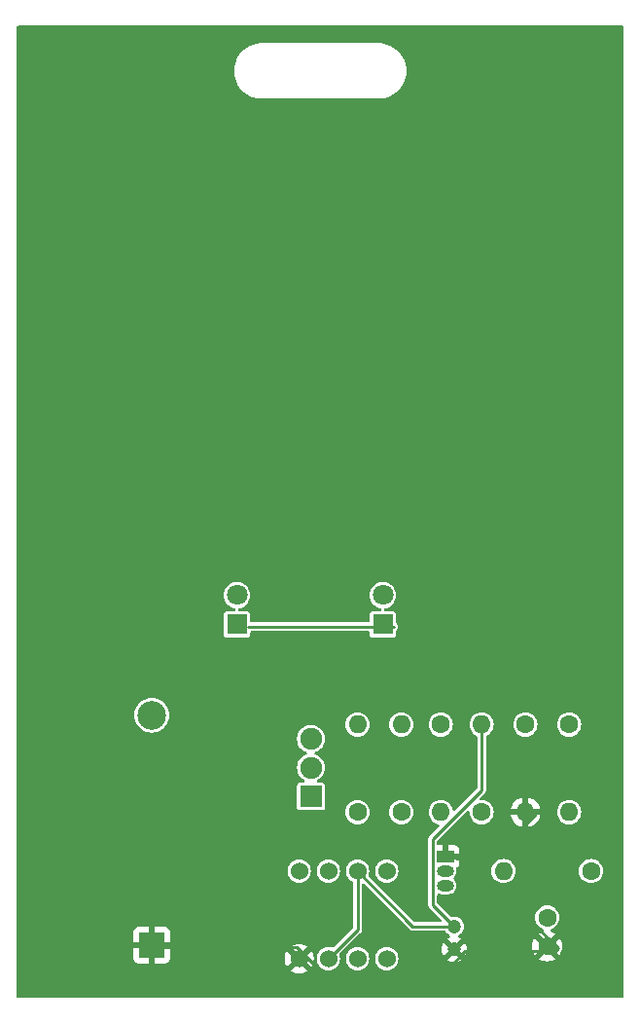
<source format=gbr>
%TF.GenerationSoftware,KiCad,Pcbnew,8.0.3*%
%TF.CreationDate,2024-07-07T15:03:45+03:00*%
%TF.ProjectId,Test,54657374-2e6b-4696-9361-645f70636258,v01*%
%TF.SameCoordinates,Original*%
%TF.FileFunction,Copper,L2,Bot*%
%TF.FilePolarity,Positive*%
%FSLAX46Y46*%
G04 Gerber Fmt 4.6, Leading zero omitted, Abs format (unit mm)*
G04 Created by KiCad (PCBNEW 8.0.3) date 2024-07-07 15:03:45*
%MOMM*%
%LPD*%
G01*
G04 APERTURE LIST*
%TA.AperFunction,ComponentPad*%
%ADD10C,1.600000*%
%TD*%
%TA.AperFunction,ComponentPad*%
%ADD11O,1.600000X1.600000*%
%TD*%
%TA.AperFunction,ComponentPad*%
%ADD12R,1.900000X1.900000*%
%TD*%
%TA.AperFunction,ComponentPad*%
%ADD13C,1.900000*%
%TD*%
%TA.AperFunction,ComponentPad*%
%ADD14R,1.800000X1.800000*%
%TD*%
%TA.AperFunction,ComponentPad*%
%ADD15C,1.800000*%
%TD*%
%TA.AperFunction,ComponentPad*%
%ADD16R,2.170000X2.170000*%
%TD*%
%TA.AperFunction,ComponentPad*%
%ADD17C,2.500000*%
%TD*%
%TA.AperFunction,ComponentPad*%
%ADD18C,1.200000*%
%TD*%
%TA.AperFunction,ComponentPad*%
%ADD19C,1.524000*%
%TD*%
%TA.AperFunction,ComponentPad*%
%ADD20R,1.500000X1.000000*%
%TD*%
%TA.AperFunction,ComponentPad*%
%ADD21O,1.500000X1.000000*%
%TD*%
%TA.AperFunction,Conductor*%
%ADD22C,0.254000*%
%TD*%
G04 APERTURE END LIST*
D10*
%TO.P,R5,1*%
%TO.N,VCC*%
X157175200Y-110312200D03*
D11*
%TO.P,R5,2*%
%TO.N,Net-(D1-A)*%
X157175200Y-102692200D03*
%TD*%
D10*
%TO.P,R1,1*%
%TO.N,VCC*%
X164414200Y-102692200D03*
D11*
%TO.P,R1,2*%
%TO.N,Net-(U1-DIS)*%
X164414200Y-110312200D03*
%TD*%
D10*
%TO.P,R4,1*%
%TO.N,Net-(C2-Pad1)*%
X171780200Y-102692200D03*
D11*
%TO.P,R4,2*%
%TO.N,GND*%
X171780200Y-110312200D03*
%TD*%
D10*
%TO.P,R7,1*%
%TO.N,Net-(C2-Pad1)*%
X177495200Y-115432200D03*
D11*
%TO.P,R7,2*%
%TO.N,Net-(Q1-B)*%
X169875200Y-115432200D03*
%TD*%
D12*
%TO.P,S1,1*%
%TO.N,unconnected-(S1-Pad1)*%
X153111200Y-108940600D03*
D13*
%TO.P,S1,2*%
%TO.N,VCC*%
X153111200Y-106440600D03*
%TO.P,S1,3*%
%TO.N,Net-(BAT1-PadPos)*%
X153111200Y-103940600D03*
%TD*%
D14*
%TO.P,D1,1,K*%
%TO.N,Net-(D1-K)*%
X146685000Y-93980000D03*
D15*
%TO.P,D1,2,A*%
%TO.N,Net-(D1-A)*%
X146685000Y-91440000D03*
%TD*%
D16*
%TO.P,BAT1,Neg*%
%TO.N,GND*%
X139268200Y-121881900D03*
D17*
%TO.P,BAT1,Pos*%
%TO.N,Net-(BAT1-PadPos)*%
X139268200Y-101881900D03*
%TD*%
D18*
%TO.P,C1,1*%
%TO.N,Net-(U1-THRESH)*%
X165582600Y-120243600D03*
%TO.P,C1,2*%
%TO.N,GND*%
X165582600Y-122243600D03*
%TD*%
D10*
%TO.P,C2,1*%
%TO.N,Net-(C2-Pad1)*%
X173685200Y-119481600D03*
%TO.P,C2,2*%
%TO.N,GND*%
X173685200Y-121981600D03*
%TD*%
%TO.P,R6,1*%
%TO.N,VCC*%
X160985200Y-110312200D03*
D11*
%TO.P,R6,2*%
%TO.N,Net-(D2-A)*%
X160985200Y-102692200D03*
%TD*%
D10*
%TO.P,R3,1*%
%TO.N,Net-(U1-OUT)*%
X175590200Y-102692200D03*
D11*
%TO.P,R3,2*%
%TO.N,Net-(C2-Pad1)*%
X175590200Y-110312200D03*
%TD*%
D10*
%TO.P,R2,1*%
%TO.N,Net-(U1-DIS)*%
X167970200Y-110312200D03*
D11*
%TO.P,R2,2*%
%TO.N,Net-(U1-THRESH)*%
X167970200Y-102692200D03*
%TD*%
D19*
%TO.P,U1,1,GND*%
%TO.N,GND*%
X152095200Y-123052200D03*
%TO.P,U1,2,~{TRIG}*%
%TO.N,Net-(U1-THRESH)*%
X154635200Y-123052200D03*
%TO.P,U1,3,OUT*%
%TO.N,Net-(U1-OUT)*%
X157175200Y-123052200D03*
%TO.P,U1,4,~{RST}*%
%TO.N,VCC*%
X159715200Y-123052200D03*
%TO.P,U1,5,CV*%
%TO.N,unconnected-(U1-CV-Pad5)*%
X159715200Y-115432200D03*
%TO.P,U1,6,THRESH*%
%TO.N,Net-(U1-THRESH)*%
X157175200Y-115432200D03*
%TO.P,U1,7,DIS*%
%TO.N,Net-(U1-DIS)*%
X154635200Y-115432200D03*
%TO.P,U1,8,VDD*%
%TO.N,VCC*%
X152095200Y-115432200D03*
%TD*%
D20*
%TO.P,Q1,1,E*%
%TO.N,GND*%
X164795200Y-114162200D03*
D21*
%TO.P,Q1,2,B*%
%TO.N,Net-(Q1-B)*%
X164795200Y-115432200D03*
%TO.P,Q1,3,C*%
%TO.N,Net-(D1-K)*%
X164795200Y-116702200D03*
%TD*%
D14*
%TO.P,D2,1,K*%
%TO.N,Net-(D1-K)*%
X159385000Y-93980000D03*
D15*
%TO.P,D2,2,A*%
%TO.N,Net-(D2-A)*%
X159385000Y-91440000D03*
%TD*%
D22*
%TO.N,GND*%
X172720000Y-110490000D02*
X168870000Y-114340000D01*
X140208000Y-122059700D02*
X151864700Y-122059700D01*
X164624800Y-124319000D02*
X154124000Y-124319000D01*
X174363000Y-122421400D02*
X174625000Y-122159400D01*
X166522400Y-122421400D02*
X174363000Y-122421400D01*
X151864700Y-122059700D02*
X153035000Y-123230000D01*
X166522400Y-122421400D02*
X164624800Y-124319000D01*
X166805600Y-114340000D02*
X174625000Y-122159400D01*
X154124000Y-124319000D02*
X153035000Y-123230000D01*
X168870000Y-114340000D02*
X165735000Y-114340000D01*
X165735000Y-114340000D02*
X166805600Y-114340000D01*
%TO.N,Net-(U1-THRESH)*%
X157175200Y-115432200D02*
X157175200Y-120512200D01*
X163718200Y-112633800D02*
X167970200Y-108381800D01*
X167970200Y-108381800D02*
X167970200Y-102692200D01*
X163718200Y-118379200D02*
X163718200Y-112633800D01*
X165582600Y-120243600D02*
X163718200Y-118379200D01*
X161986600Y-120243600D02*
X157175200Y-115432200D01*
X157175200Y-120512200D02*
X154635200Y-123052200D01*
X165582600Y-120243600D02*
X161986600Y-120243600D01*
%TO.N,Net-(D1-K)*%
X160324800Y-94157800D02*
X147624800Y-94157800D01*
%TD*%
%TA.AperFunction,Conductor*%
%TO.N,GND*%
G36*
X164562066Y-114317975D02*
G01*
X164639425Y-114395334D01*
X164689800Y-114416200D01*
X164667200Y-114416200D01*
X164599079Y-114396198D01*
X164552586Y-114342542D01*
X164541200Y-114290200D01*
X164541200Y-114267599D01*
X164562066Y-114317975D01*
G37*
%TD.AperFunction*%
%TA.AperFunction,Conductor*%
G36*
X180281621Y-41930502D02*
G01*
X180328114Y-41984158D01*
X180339500Y-42036500D01*
X180339500Y-126365500D01*
X180319498Y-126433621D01*
X180265842Y-126480114D01*
X180213500Y-126491500D01*
X127634500Y-126491500D01*
X127566379Y-126471498D01*
X127519886Y-126417842D01*
X127508500Y-126365500D01*
X127508500Y-120748302D01*
X137675200Y-120748302D01*
X137675200Y-121627900D01*
X138739347Y-121627900D01*
X138723067Y-121656098D01*
X138683200Y-121804883D01*
X138683200Y-121958917D01*
X138723067Y-122107702D01*
X138739347Y-122135900D01*
X137675200Y-122135900D01*
X137675200Y-123015497D01*
X137681705Y-123075993D01*
X137732755Y-123212864D01*
X137732755Y-123212865D01*
X137820295Y-123329804D01*
X137937234Y-123417344D01*
X138074106Y-123468394D01*
X138134602Y-123474899D01*
X138134615Y-123474900D01*
X139014200Y-123474900D01*
X139014200Y-122410752D01*
X139042398Y-122427033D01*
X139191183Y-122466900D01*
X139345217Y-122466900D01*
X139494002Y-122427033D01*
X139522200Y-122410752D01*
X139522200Y-123474900D01*
X140401785Y-123474900D01*
X140401797Y-123474899D01*
X140462293Y-123468394D01*
X140599164Y-123417344D01*
X140599165Y-123417344D01*
X140716104Y-123329804D01*
X140803644Y-123212865D01*
X140803644Y-123212864D01*
X140854694Y-123075993D01*
X140857252Y-123052200D01*
X150820349Y-123052200D01*
X150839717Y-123273574D01*
X150897231Y-123488223D01*
X150897233Y-123488227D01*
X150991146Y-123689625D01*
X151035384Y-123752803D01*
X151035385Y-123752803D01*
X151714200Y-123073988D01*
X151714200Y-123102360D01*
X151740164Y-123199261D01*
X151790324Y-123286140D01*
X151861260Y-123357076D01*
X151948139Y-123407236D01*
X152045040Y-123433200D01*
X152073410Y-123433200D01*
X151394595Y-124112013D01*
X151394595Y-124112014D01*
X151457775Y-124156253D01*
X151457774Y-124156253D01*
X151659172Y-124250166D01*
X151659176Y-124250168D01*
X151873825Y-124307682D01*
X152095200Y-124327050D01*
X152316574Y-124307682D01*
X152531223Y-124250168D01*
X152531227Y-124250166D01*
X152732625Y-124156253D01*
X152732626Y-124156252D01*
X152795803Y-124112014D01*
X152795803Y-124112012D01*
X152116991Y-123433200D01*
X152145360Y-123433200D01*
X152242261Y-123407236D01*
X152329140Y-123357076D01*
X152400076Y-123286140D01*
X152450236Y-123199261D01*
X152476200Y-123102360D01*
X152476200Y-123073991D01*
X153155012Y-123752803D01*
X153155014Y-123752803D01*
X153199252Y-123689626D01*
X153199253Y-123689625D01*
X153293166Y-123488227D01*
X153293168Y-123488223D01*
X153350682Y-123273574D01*
X153366608Y-123091546D01*
X153382028Y-123052126D01*
X153602216Y-123052126D01*
X153615659Y-123077702D01*
X153617522Y-123090178D01*
X153633406Y-123251461D01*
X153633406Y-123251463D01*
X153691532Y-123443077D01*
X153691534Y-123443083D01*
X153785920Y-123619666D01*
X153785922Y-123619669D01*
X153912948Y-123774452D01*
X154067731Y-123901478D01*
X154244320Y-123995867D01*
X154435931Y-124053992D01*
X154435935Y-124053992D01*
X154435937Y-124053993D01*
X154635197Y-124073618D01*
X154635200Y-124073618D01*
X154635203Y-124073618D01*
X154834461Y-124053993D01*
X154834463Y-124053993D01*
X154834464Y-124053992D01*
X154834469Y-124053992D01*
X155026080Y-123995867D01*
X155202669Y-123901478D01*
X155357452Y-123774452D01*
X155484478Y-123619669D01*
X155578867Y-123443080D01*
X155636992Y-123251469D01*
X155638152Y-123239690D01*
X155656618Y-123052203D01*
X155656618Y-123052196D01*
X156153782Y-123052196D01*
X156153782Y-123052203D01*
X156173406Y-123251461D01*
X156173406Y-123251463D01*
X156231532Y-123443077D01*
X156231534Y-123443083D01*
X156325920Y-123619666D01*
X156325922Y-123619669D01*
X156452948Y-123774452D01*
X156607731Y-123901478D01*
X156784320Y-123995867D01*
X156975931Y-124053992D01*
X156975935Y-124053992D01*
X156975937Y-124053993D01*
X157175197Y-124073618D01*
X157175200Y-124073618D01*
X157175203Y-124073618D01*
X157374461Y-124053993D01*
X157374463Y-124053993D01*
X157374464Y-124053992D01*
X157374469Y-124053992D01*
X157566080Y-123995867D01*
X157742669Y-123901478D01*
X157897452Y-123774452D01*
X158024478Y-123619669D01*
X158118867Y-123443080D01*
X158176992Y-123251469D01*
X158178152Y-123239690D01*
X158196618Y-123052203D01*
X158196618Y-123052196D01*
X158693782Y-123052196D01*
X158693782Y-123052203D01*
X158713406Y-123251461D01*
X158713406Y-123251463D01*
X158771532Y-123443077D01*
X158771534Y-123443083D01*
X158865920Y-123619666D01*
X158865922Y-123619669D01*
X158992948Y-123774452D01*
X159147731Y-123901478D01*
X159324320Y-123995867D01*
X159515931Y-124053992D01*
X159515935Y-124053992D01*
X159515937Y-124053993D01*
X159715197Y-124073618D01*
X159715200Y-124073618D01*
X159715203Y-124073618D01*
X159914461Y-124053993D01*
X159914463Y-124053993D01*
X159914464Y-124053992D01*
X159914469Y-124053992D01*
X160106080Y-123995867D01*
X160282669Y-123901478D01*
X160437452Y-123774452D01*
X160564478Y-123619669D01*
X160658867Y-123443080D01*
X160716992Y-123251469D01*
X160718152Y-123239690D01*
X160723458Y-123185814D01*
X164999594Y-123185814D01*
X165086607Y-123239690D01*
X165086614Y-123239693D01*
X165278074Y-123313866D01*
X165278077Y-123313867D01*
X165479931Y-123351600D01*
X165685269Y-123351600D01*
X165887122Y-123313867D01*
X165887125Y-123313866D01*
X166078588Y-123239692D01*
X166078597Y-123239687D01*
X166165605Y-123185814D01*
X165582601Y-122602810D01*
X165582600Y-122602810D01*
X164999594Y-123185814D01*
X160723458Y-123185814D01*
X160736618Y-123052203D01*
X160736618Y-123052196D01*
X160716993Y-122852938D01*
X160716993Y-122852936D01*
X160716992Y-122852933D01*
X160716992Y-122852931D01*
X160658867Y-122661320D01*
X160650448Y-122645570D01*
X160564479Y-122484733D01*
X160564478Y-122484731D01*
X160437452Y-122329948D01*
X160332230Y-122243595D01*
X164469853Y-122243595D01*
X164469853Y-122243604D01*
X164488799Y-122448061D01*
X164488799Y-122448065D01*
X164544991Y-122645562D01*
X164544994Y-122645570D01*
X164636522Y-122829385D01*
X164636525Y-122829389D01*
X164636987Y-122830000D01*
X164636988Y-122830000D01*
X165223390Y-122243599D01*
X165183895Y-122204104D01*
X165282600Y-122204104D01*
X165282600Y-122283096D01*
X165303044Y-122359396D01*
X165342540Y-122427805D01*
X165398395Y-122483660D01*
X165466804Y-122523156D01*
X165543104Y-122543600D01*
X165622096Y-122543600D01*
X165698396Y-122523156D01*
X165766805Y-122483660D01*
X165822660Y-122427805D01*
X165862156Y-122359396D01*
X165882600Y-122283096D01*
X165882600Y-122243599D01*
X165941810Y-122243599D01*
X165941810Y-122243601D01*
X166528209Y-122830000D01*
X166528212Y-122830000D01*
X166528674Y-122829390D01*
X166620205Y-122645570D01*
X166620208Y-122645562D01*
X166676400Y-122448065D01*
X166676400Y-122448061D01*
X166695347Y-122243604D01*
X166695347Y-122243595D01*
X166676400Y-122039138D01*
X166676400Y-122039134D01*
X166660030Y-121981600D01*
X172372204Y-121981600D01*
X172392151Y-122209602D01*
X172451386Y-122430668D01*
X172451388Y-122430673D01*
X172548113Y-122638101D01*
X172598099Y-122709488D01*
X173285200Y-122022388D01*
X173285200Y-122034261D01*
X173312459Y-122135994D01*
X173365120Y-122227206D01*
X173439594Y-122301680D01*
X173530806Y-122354341D01*
X173632539Y-122381600D01*
X173644410Y-122381600D01*
X172957310Y-123068698D01*
X172957310Y-123068700D01*
X173028698Y-123118686D01*
X173236126Y-123215411D01*
X173236131Y-123215413D01*
X173457199Y-123274648D01*
X173457195Y-123274648D01*
X173685200Y-123294595D01*
X173913202Y-123274648D01*
X174134268Y-123215413D01*
X174134273Y-123215411D01*
X174341697Y-123118688D01*
X174413088Y-123068699D01*
X174413088Y-123068697D01*
X173725991Y-122381600D01*
X173737861Y-122381600D01*
X173839594Y-122354341D01*
X173930806Y-122301680D01*
X174005280Y-122227206D01*
X174057941Y-122135994D01*
X174085200Y-122034261D01*
X174085200Y-122022391D01*
X174772297Y-122709488D01*
X174772299Y-122709488D01*
X174822288Y-122638097D01*
X174919011Y-122430673D01*
X174919013Y-122430668D01*
X174978248Y-122209602D01*
X174998195Y-121981600D01*
X174978248Y-121753597D01*
X174919013Y-121532531D01*
X174919011Y-121532526D01*
X174822286Y-121325098D01*
X174772300Y-121253710D01*
X174772298Y-121253710D01*
X174085200Y-121940808D01*
X174085200Y-121928939D01*
X174057941Y-121827206D01*
X174005280Y-121735994D01*
X173930806Y-121661520D01*
X173839594Y-121608859D01*
X173737861Y-121581600D01*
X173725990Y-121581600D01*
X174413088Y-120894499D01*
X174413088Y-120894498D01*
X174341701Y-120844513D01*
X174134273Y-120747788D01*
X174134271Y-120747787D01*
X174034536Y-120721063D01*
X173973914Y-120684111D01*
X173942892Y-120620250D01*
X173951321Y-120549756D01*
X173996524Y-120495009D01*
X174030571Y-120478782D01*
X174090692Y-120460545D01*
X174273883Y-120362627D01*
X174273884Y-120362625D01*
X174273886Y-120362625D01*
X174273886Y-120362624D01*
X174434452Y-120230852D01*
X174566227Y-120070283D01*
X174664145Y-119887092D01*
X174724442Y-119688318D01*
X174744802Y-119481600D01*
X174739370Y-119426446D01*
X174724443Y-119274888D01*
X174724442Y-119274886D01*
X174724442Y-119274882D01*
X174664145Y-119076108D01*
X174566227Y-118892917D01*
X174566225Y-118892913D01*
X174434452Y-118732347D01*
X174273886Y-118600574D01*
X174090692Y-118502655D01*
X173891911Y-118442356D01*
X173685203Y-118421998D01*
X173685197Y-118421998D01*
X173478488Y-118442356D01*
X173279707Y-118502655D01*
X173096513Y-118600574D01*
X172935947Y-118732347D01*
X172804175Y-118892913D01*
X172804174Y-118892913D01*
X172706255Y-119076107D01*
X172645956Y-119274888D01*
X172625598Y-119481596D01*
X172625598Y-119481603D01*
X172645956Y-119688311D01*
X172706255Y-119887092D01*
X172804174Y-120070286D01*
X172935947Y-120230852D01*
X173096513Y-120362624D01*
X173096513Y-120362625D01*
X173096517Y-120362627D01*
X173279708Y-120460545D01*
X173339827Y-120478781D01*
X173399207Y-120517696D01*
X173428123Y-120582537D01*
X173417393Y-120652718D01*
X173370424Y-120705957D01*
X173335863Y-120721062D01*
X173236139Y-120747783D01*
X173236126Y-120747788D01*
X173028700Y-120844513D01*
X172957309Y-120894500D01*
X173644409Y-121581600D01*
X173632539Y-121581600D01*
X173530806Y-121608859D01*
X173439594Y-121661520D01*
X173365120Y-121735994D01*
X173312459Y-121827206D01*
X173285200Y-121928939D01*
X173285200Y-121940809D01*
X172598100Y-121253709D01*
X172548113Y-121325100D01*
X172451388Y-121532526D01*
X172451386Y-121532531D01*
X172392151Y-121753597D01*
X172372204Y-121981600D01*
X166660030Y-121981600D01*
X166620208Y-121841637D01*
X166620205Y-121841629D01*
X166528674Y-121657810D01*
X166528211Y-121657198D01*
X165941810Y-122243599D01*
X165882600Y-122243599D01*
X165882600Y-122204104D01*
X165862156Y-122127804D01*
X165822660Y-122059395D01*
X165766805Y-122003540D01*
X165698396Y-121964044D01*
X165622096Y-121943600D01*
X165543104Y-121943600D01*
X165466804Y-121964044D01*
X165398395Y-122003540D01*
X165342540Y-122059395D01*
X165303044Y-122127804D01*
X165282600Y-122204104D01*
X165183895Y-122204104D01*
X164636989Y-121657198D01*
X164636987Y-121657198D01*
X164636523Y-121657813D01*
X164544994Y-121841629D01*
X164544991Y-121841637D01*
X164488799Y-122039134D01*
X164488799Y-122039138D01*
X164469853Y-122243595D01*
X160332230Y-122243595D01*
X160282669Y-122202922D01*
X160282667Y-122202921D01*
X160282666Y-122202920D01*
X160106083Y-122108534D01*
X160106077Y-122108532D01*
X159914462Y-122050406D01*
X159715203Y-122030782D01*
X159715197Y-122030782D01*
X159515938Y-122050406D01*
X159515936Y-122050406D01*
X159324322Y-122108532D01*
X159324316Y-122108534D01*
X159147733Y-122202920D01*
X158992948Y-122329948D01*
X158865920Y-122484733D01*
X158771534Y-122661316D01*
X158771532Y-122661322D01*
X158713406Y-122852936D01*
X158713406Y-122852938D01*
X158693782Y-123052196D01*
X158196618Y-123052196D01*
X158176993Y-122852938D01*
X158176993Y-122852936D01*
X158176992Y-122852933D01*
X158176992Y-122852931D01*
X158118867Y-122661320D01*
X158110448Y-122645570D01*
X158024479Y-122484733D01*
X158024478Y-122484731D01*
X157897452Y-122329948D01*
X157742669Y-122202922D01*
X157742667Y-122202921D01*
X157742666Y-122202920D01*
X157566083Y-122108534D01*
X157566077Y-122108532D01*
X157374462Y-122050406D01*
X157175203Y-122030782D01*
X157175197Y-122030782D01*
X156975938Y-122050406D01*
X156975936Y-122050406D01*
X156784322Y-122108532D01*
X156784316Y-122108534D01*
X156607733Y-122202920D01*
X156452948Y-122329948D01*
X156325920Y-122484733D01*
X156231534Y-122661316D01*
X156231532Y-122661322D01*
X156173406Y-122852936D01*
X156173406Y-122852938D01*
X156153782Y-123052196D01*
X155656618Y-123052196D01*
X155636993Y-122852938D01*
X155636992Y-122852935D01*
X155636992Y-122852931D01*
X155597701Y-122723410D01*
X155597068Y-122652418D01*
X155629179Y-122597742D01*
X157399070Y-120827850D01*
X157399080Y-120827843D01*
X157480470Y-120746453D01*
X157480476Y-120746447D01*
X157514332Y-120687806D01*
X157530699Y-120659458D01*
X157530699Y-120659457D01*
X157530701Y-120659454D01*
X157556700Y-120562425D01*
X157556700Y-116657413D01*
X157576702Y-116589292D01*
X157630358Y-116542799D01*
X157700632Y-116532695D01*
X157765212Y-116562189D01*
X157771795Y-116568318D01*
X161681324Y-120477847D01*
X161752353Y-120548876D01*
X161752354Y-120548877D01*
X161752356Y-120548878D01*
X161839341Y-120599099D01*
X161839343Y-120599099D01*
X161839346Y-120599101D01*
X161936375Y-120625100D01*
X164743421Y-120625100D01*
X164811542Y-120645102D01*
X164852539Y-120688098D01*
X164887487Y-120748629D01*
X164887488Y-120748630D01*
X165007678Y-120882115D01*
X165152994Y-120987694D01*
X165152995Y-120987694D01*
X165152996Y-120987695D01*
X165157457Y-120989681D01*
X165211554Y-121035658D01*
X165232206Y-121103584D01*
X165212857Y-121171893D01*
X165159648Y-121218897D01*
X165151730Y-121222280D01*
X165086601Y-121247512D01*
X165086600Y-121247512D01*
X164999593Y-121301383D01*
X164999593Y-121301384D01*
X165582599Y-121884390D01*
X165582600Y-121884390D01*
X166165605Y-121301383D01*
X166078599Y-121247513D01*
X166078590Y-121247508D01*
X166013469Y-121222280D01*
X165957175Y-121179020D01*
X165933205Y-121112192D01*
X165949170Y-121043014D01*
X166000001Y-120993449D01*
X166007713Y-120989694D01*
X166012204Y-120987695D01*
X166157522Y-120882115D01*
X166277713Y-120748629D01*
X166367525Y-120593071D01*
X166377483Y-120562425D01*
X166423031Y-120422239D01*
X166428510Y-120370107D01*
X166441807Y-120243600D01*
X166423031Y-120064961D01*
X166423031Y-120064960D01*
X166367527Y-119894133D01*
X166367524Y-119894127D01*
X166277714Y-119738573D01*
X166277713Y-119738571D01*
X166157522Y-119605085D01*
X166012204Y-119499505D01*
X165848110Y-119426446D01*
X165672412Y-119389100D01*
X165492788Y-119389100D01*
X165374010Y-119414347D01*
X165303219Y-119408945D01*
X165258718Y-119380195D01*
X164136605Y-118258082D01*
X164102579Y-118195770D01*
X164099700Y-118168987D01*
X164099700Y-117522905D01*
X164119702Y-117454784D01*
X164173358Y-117408291D01*
X164243632Y-117398187D01*
X164273919Y-117406497D01*
X164325109Y-117427701D01*
X164325113Y-117427702D01*
X164325120Y-117427705D01*
X164470888Y-117456700D01*
X164470889Y-117456700D01*
X165119511Y-117456700D01*
X165119512Y-117456700D01*
X165265280Y-117427705D01*
X165402590Y-117370829D01*
X165526166Y-117288259D01*
X165631259Y-117183166D01*
X165713829Y-117059590D01*
X165770705Y-116922280D01*
X165799700Y-116776512D01*
X165799700Y-116627888D01*
X165770705Y-116482120D01*
X165713829Y-116344810D01*
X165631259Y-116221234D01*
X165631257Y-116221232D01*
X165631252Y-116221226D01*
X165566321Y-116156295D01*
X165532295Y-116093983D01*
X165537360Y-116023168D01*
X165566321Y-115978105D01*
X165631252Y-115913173D01*
X165631259Y-115913166D01*
X165713829Y-115789590D01*
X165770705Y-115652280D01*
X165799700Y-115506512D01*
X165799700Y-115432196D01*
X168815598Y-115432196D01*
X168815598Y-115432203D01*
X168835956Y-115638911D01*
X168896255Y-115837692D01*
X168994174Y-116020886D01*
X169125947Y-116181452D01*
X169286513Y-116313224D01*
X169286513Y-116313225D01*
X169286517Y-116313227D01*
X169469708Y-116411145D01*
X169668482Y-116471442D01*
X169668486Y-116471442D01*
X169668488Y-116471443D01*
X169875197Y-116491802D01*
X169875200Y-116491802D01*
X169875203Y-116491802D01*
X170081911Y-116471443D01*
X170081912Y-116471442D01*
X170081918Y-116471442D01*
X170280692Y-116411145D01*
X170463883Y-116313227D01*
X170463884Y-116313225D01*
X170463886Y-116313225D01*
X170463886Y-116313224D01*
X170624452Y-116181452D01*
X170756227Y-116020883D01*
X170854145Y-115837692D01*
X170914442Y-115638918D01*
X170915176Y-115631472D01*
X170934802Y-115432203D01*
X170934802Y-115432196D01*
X176435598Y-115432196D01*
X176435598Y-115432203D01*
X176455956Y-115638911D01*
X176516255Y-115837692D01*
X176614174Y-116020886D01*
X176745947Y-116181452D01*
X176906513Y-116313224D01*
X176906513Y-116313225D01*
X176906517Y-116313227D01*
X177089708Y-116411145D01*
X177288482Y-116471442D01*
X177288486Y-116471442D01*
X177288488Y-116471443D01*
X177495197Y-116491802D01*
X177495200Y-116491802D01*
X177495203Y-116491802D01*
X177701911Y-116471443D01*
X177701912Y-116471442D01*
X177701918Y-116471442D01*
X177900692Y-116411145D01*
X178083883Y-116313227D01*
X178083884Y-116313225D01*
X178083886Y-116313225D01*
X178083886Y-116313224D01*
X178244452Y-116181452D01*
X178376227Y-116020883D01*
X178474145Y-115837692D01*
X178534442Y-115638918D01*
X178535176Y-115631472D01*
X178554802Y-115432203D01*
X178554802Y-115432196D01*
X178534443Y-115225488D01*
X178534442Y-115225486D01*
X178534442Y-115225482D01*
X178474145Y-115026708D01*
X178376227Y-114843517D01*
X178376225Y-114843513D01*
X178244452Y-114682947D01*
X178083886Y-114551175D01*
X178083886Y-114551174D01*
X177900692Y-114453255D01*
X177712599Y-114396198D01*
X177701918Y-114392958D01*
X177701917Y-114392957D01*
X177701911Y-114392956D01*
X177495203Y-114372598D01*
X177495197Y-114372598D01*
X177288488Y-114392956D01*
X177089707Y-114453255D01*
X176906513Y-114551174D01*
X176906513Y-114551175D01*
X176745947Y-114682947D01*
X176614175Y-114843513D01*
X176614174Y-114843513D01*
X176516255Y-115026707D01*
X176455956Y-115225488D01*
X176435598Y-115432196D01*
X170934802Y-115432196D01*
X170914443Y-115225488D01*
X170914442Y-115225486D01*
X170914442Y-115225482D01*
X170854145Y-115026708D01*
X170756227Y-114843517D01*
X170756225Y-114843513D01*
X170624452Y-114682947D01*
X170463886Y-114551175D01*
X170463886Y-114551174D01*
X170280692Y-114453255D01*
X170092599Y-114396198D01*
X170081918Y-114392958D01*
X170081917Y-114392957D01*
X170081911Y-114392956D01*
X169875203Y-114372598D01*
X169875197Y-114372598D01*
X169668488Y-114392956D01*
X169469707Y-114453255D01*
X169286513Y-114551174D01*
X169286513Y-114551175D01*
X169125947Y-114682947D01*
X168994175Y-114843513D01*
X168994174Y-114843513D01*
X168896255Y-115026707D01*
X168835956Y-115225488D01*
X168815598Y-115432196D01*
X165799700Y-115432196D01*
X165799700Y-115357888D01*
X165771623Y-115216736D01*
X165777951Y-115146024D01*
X165819693Y-115091288D01*
X165908104Y-115025104D01*
X165995644Y-114908165D01*
X165995644Y-114908164D01*
X166046694Y-114771293D01*
X166053199Y-114710797D01*
X166053200Y-114710785D01*
X166053200Y-114416200D01*
X164900600Y-114416200D01*
X164950975Y-114395334D01*
X165028334Y-114317975D01*
X165070200Y-114216901D01*
X165070200Y-114107499D01*
X165028334Y-114006425D01*
X164950975Y-113929066D01*
X164900600Y-113908200D01*
X165049200Y-113908200D01*
X166053200Y-113908200D01*
X166053200Y-113613614D01*
X166053199Y-113613602D01*
X166046694Y-113553106D01*
X165995644Y-113416235D01*
X165995644Y-113416234D01*
X165908104Y-113299295D01*
X165791165Y-113211755D01*
X165654293Y-113160705D01*
X165593797Y-113154200D01*
X165049200Y-113154200D01*
X165049200Y-113908200D01*
X164900600Y-113908200D01*
X164849901Y-113887200D01*
X164740499Y-113887200D01*
X164639425Y-113929066D01*
X164562066Y-114006425D01*
X164541200Y-114056800D01*
X164541200Y-113154200D01*
X164225700Y-113154200D01*
X164157579Y-113134198D01*
X164111086Y-113080542D01*
X164099700Y-113028200D01*
X164099700Y-112844012D01*
X164119702Y-112775891D01*
X164136600Y-112754922D01*
X166697787Y-110193734D01*
X166760097Y-110159711D01*
X166830912Y-110164775D01*
X166887748Y-110207322D01*
X166912559Y-110273842D01*
X166912274Y-110295176D01*
X166910598Y-110312199D01*
X166910598Y-110312203D01*
X166930956Y-110518911D01*
X166930957Y-110518917D01*
X166930958Y-110518918D01*
X166945301Y-110566200D01*
X166991255Y-110717692D01*
X167089174Y-110900886D01*
X167220947Y-111061452D01*
X167381513Y-111193224D01*
X167381513Y-111193225D01*
X167381517Y-111193227D01*
X167564708Y-111291145D01*
X167763482Y-111351442D01*
X167763486Y-111351442D01*
X167763488Y-111351443D01*
X167970197Y-111371802D01*
X167970200Y-111371802D01*
X167970203Y-111371802D01*
X168176911Y-111351443D01*
X168176912Y-111351442D01*
X168176918Y-111351442D01*
X168375692Y-111291145D01*
X168558883Y-111193227D01*
X168558884Y-111193225D01*
X168558886Y-111193225D01*
X168558886Y-111193224D01*
X168719452Y-111061452D01*
X168851227Y-110900883D01*
X168949145Y-110717692D01*
X169009442Y-110518918D01*
X169014596Y-110466594D01*
X169029802Y-110312203D01*
X169029802Y-110312196D01*
X169009443Y-110105488D01*
X169009442Y-110105486D01*
X169009442Y-110105482D01*
X168995099Y-110058200D01*
X170494117Y-110058200D01*
X171468514Y-110058200D01*
X171460120Y-110066594D01*
X171407459Y-110157806D01*
X171380200Y-110259539D01*
X171380200Y-110364861D01*
X171407459Y-110466594D01*
X171460120Y-110557806D01*
X171468514Y-110566200D01*
X170494118Y-110566200D01*
X170546386Y-110761268D01*
X170546388Y-110761273D01*
X170643112Y-110968698D01*
X170774384Y-111156174D01*
X170774389Y-111156180D01*
X170936219Y-111318010D01*
X170936225Y-111318015D01*
X171123701Y-111449287D01*
X171331126Y-111546011D01*
X171331131Y-111546013D01*
X171526200Y-111598281D01*
X171526200Y-110623886D01*
X171534594Y-110632280D01*
X171625806Y-110684941D01*
X171727539Y-110712200D01*
X171832861Y-110712200D01*
X171934594Y-110684941D01*
X172025806Y-110632280D01*
X172034200Y-110623886D01*
X172034200Y-111598281D01*
X172229268Y-111546013D01*
X172229273Y-111546011D01*
X172436698Y-111449287D01*
X172624174Y-111318015D01*
X172624180Y-111318010D01*
X172786010Y-111156180D01*
X172786015Y-111156174D01*
X172917287Y-110968698D01*
X173014011Y-110761273D01*
X173014013Y-110761268D01*
X173066282Y-110566200D01*
X172091886Y-110566200D01*
X172100280Y-110557806D01*
X172152941Y-110466594D01*
X172180200Y-110364861D01*
X172180200Y-110312196D01*
X174530598Y-110312196D01*
X174530598Y-110312203D01*
X174550956Y-110518911D01*
X174550957Y-110518917D01*
X174550958Y-110518918D01*
X174565301Y-110566200D01*
X174611255Y-110717692D01*
X174709174Y-110900886D01*
X174840947Y-111061452D01*
X175001513Y-111193224D01*
X175001513Y-111193225D01*
X175001517Y-111193227D01*
X175184708Y-111291145D01*
X175383482Y-111351442D01*
X175383486Y-111351442D01*
X175383488Y-111351443D01*
X175590197Y-111371802D01*
X175590200Y-111371802D01*
X175590203Y-111371802D01*
X175796911Y-111351443D01*
X175796912Y-111351442D01*
X175796918Y-111351442D01*
X175995692Y-111291145D01*
X176178883Y-111193227D01*
X176178884Y-111193225D01*
X176178886Y-111193225D01*
X176178886Y-111193224D01*
X176339452Y-111061452D01*
X176471227Y-110900883D01*
X176569145Y-110717692D01*
X176629442Y-110518918D01*
X176634596Y-110466594D01*
X176649802Y-110312203D01*
X176649802Y-110312196D01*
X176629443Y-110105488D01*
X176629442Y-110105486D01*
X176629442Y-110105482D01*
X176569145Y-109906708D01*
X176471227Y-109723517D01*
X176471225Y-109723513D01*
X176339452Y-109562947D01*
X176178886Y-109431175D01*
X176178886Y-109431174D01*
X175995692Y-109333255D01*
X175907126Y-109306389D01*
X175796918Y-109272958D01*
X175796917Y-109272957D01*
X175796911Y-109272956D01*
X175590203Y-109252598D01*
X175590197Y-109252598D01*
X175383488Y-109272956D01*
X175184707Y-109333255D01*
X175001513Y-109431174D01*
X175001513Y-109431175D01*
X174840947Y-109562947D01*
X174709175Y-109723513D01*
X174709174Y-109723513D01*
X174611255Y-109906707D01*
X174550956Y-110105488D01*
X174530598Y-110312196D01*
X172180200Y-110312196D01*
X172180200Y-110259539D01*
X172152941Y-110157806D01*
X172100280Y-110066594D01*
X172091886Y-110058200D01*
X173066282Y-110058200D01*
X173014013Y-109863131D01*
X173014011Y-109863126D01*
X172917287Y-109655701D01*
X172786015Y-109468225D01*
X172786010Y-109468219D01*
X172624180Y-109306389D01*
X172624174Y-109306384D01*
X172436698Y-109175112D01*
X172229273Y-109078388D01*
X172229271Y-109078387D01*
X172034200Y-109026117D01*
X172034200Y-110000514D01*
X172025806Y-109992120D01*
X171934594Y-109939459D01*
X171832861Y-109912200D01*
X171727539Y-109912200D01*
X171625806Y-109939459D01*
X171534594Y-109992120D01*
X171526200Y-110000514D01*
X171526200Y-109026117D01*
X171526199Y-109026117D01*
X171331128Y-109078387D01*
X171331126Y-109078388D01*
X171123701Y-109175112D01*
X170936225Y-109306384D01*
X170936219Y-109306389D01*
X170774389Y-109468219D01*
X170774384Y-109468225D01*
X170643112Y-109655701D01*
X170546388Y-109863126D01*
X170546386Y-109863131D01*
X170494117Y-110058200D01*
X168995099Y-110058200D01*
X168949145Y-109906708D01*
X168851227Y-109723517D01*
X168851225Y-109723513D01*
X168719452Y-109562947D01*
X168558886Y-109431175D01*
X168558886Y-109431174D01*
X168375692Y-109333255D01*
X168287126Y-109306389D01*
X168176918Y-109272958D01*
X168176917Y-109272957D01*
X168176911Y-109272956D01*
X167970203Y-109252598D01*
X167970201Y-109252598D01*
X167970200Y-109252598D01*
X167967512Y-109252862D01*
X167953178Y-109254274D01*
X167883425Y-109241042D01*
X167831898Y-109192200D01*
X167814958Y-109123255D01*
X167837981Y-109056095D01*
X167851729Y-109039793D01*
X168275476Y-108616047D01*
X168280760Y-108606894D01*
X168325701Y-108529054D01*
X168351700Y-108432025D01*
X168351700Y-103759489D01*
X168371702Y-103691368D01*
X168418302Y-103648368D01*
X168558883Y-103573227D01*
X168719452Y-103441452D01*
X168851227Y-103280883D01*
X168949145Y-103097692D01*
X169009442Y-102898918D01*
X169013497Y-102857754D01*
X169029802Y-102692203D01*
X169029802Y-102692196D01*
X170720598Y-102692196D01*
X170720598Y-102692203D01*
X170740956Y-102898911D01*
X170801255Y-103097692D01*
X170899174Y-103280886D01*
X171030947Y-103441452D01*
X171191513Y-103573224D01*
X171191513Y-103573225D01*
X171191517Y-103573227D01*
X171374708Y-103671145D01*
X171573482Y-103731442D01*
X171573486Y-103731442D01*
X171573488Y-103731443D01*
X171780197Y-103751802D01*
X171780200Y-103751802D01*
X171780203Y-103751802D01*
X171986911Y-103731443D01*
X171986912Y-103731442D01*
X171986918Y-103731442D01*
X172185692Y-103671145D01*
X172368883Y-103573227D01*
X172368884Y-103573225D01*
X172368886Y-103573225D01*
X172368886Y-103573224D01*
X172529452Y-103441452D01*
X172661227Y-103280883D01*
X172759145Y-103097692D01*
X172819442Y-102898918D01*
X172823497Y-102857754D01*
X172839802Y-102692203D01*
X172839802Y-102692196D01*
X174530598Y-102692196D01*
X174530598Y-102692203D01*
X174550956Y-102898911D01*
X174611255Y-103097692D01*
X174709174Y-103280886D01*
X174840947Y-103441452D01*
X175001513Y-103573224D01*
X175001513Y-103573225D01*
X175001517Y-103573227D01*
X175184708Y-103671145D01*
X175383482Y-103731442D01*
X175383486Y-103731442D01*
X175383488Y-103731443D01*
X175590197Y-103751802D01*
X175590200Y-103751802D01*
X175590203Y-103751802D01*
X175796911Y-103731443D01*
X175796912Y-103731442D01*
X175796918Y-103731442D01*
X175995692Y-103671145D01*
X176178883Y-103573227D01*
X176178884Y-103573225D01*
X176178886Y-103573225D01*
X176178886Y-103573224D01*
X176339452Y-103441452D01*
X176471227Y-103280883D01*
X176569145Y-103097692D01*
X176629442Y-102898918D01*
X176633497Y-102857754D01*
X176649802Y-102692203D01*
X176649802Y-102692196D01*
X176629443Y-102485488D01*
X176629442Y-102485486D01*
X176629442Y-102485482D01*
X176569145Y-102286708D01*
X176471227Y-102103517D01*
X176471225Y-102103513D01*
X176339452Y-101942947D01*
X176178886Y-101811175D01*
X176178886Y-101811174D01*
X175995692Y-101713255D01*
X175796911Y-101652956D01*
X175590203Y-101632598D01*
X175590197Y-101632598D01*
X175383488Y-101652956D01*
X175184707Y-101713255D01*
X175001513Y-101811174D01*
X175001513Y-101811175D01*
X174840947Y-101942947D01*
X174709175Y-102103513D01*
X174709174Y-102103513D01*
X174611255Y-102286707D01*
X174550956Y-102485488D01*
X174530598Y-102692196D01*
X172839802Y-102692196D01*
X172819443Y-102485488D01*
X172819442Y-102485486D01*
X172819442Y-102485482D01*
X172759145Y-102286708D01*
X172661227Y-102103517D01*
X172661225Y-102103513D01*
X172529452Y-101942947D01*
X172368886Y-101811175D01*
X172368886Y-101811174D01*
X172185692Y-101713255D01*
X171986911Y-101652956D01*
X171780203Y-101632598D01*
X171780197Y-101632598D01*
X171573488Y-101652956D01*
X171374707Y-101713255D01*
X171191513Y-101811174D01*
X171191513Y-101811175D01*
X171030947Y-101942947D01*
X170899175Y-102103513D01*
X170899174Y-102103513D01*
X170801255Y-102286707D01*
X170740956Y-102485488D01*
X170720598Y-102692196D01*
X169029802Y-102692196D01*
X169009443Y-102485488D01*
X169009442Y-102485486D01*
X169009442Y-102485482D01*
X168949145Y-102286708D01*
X168851227Y-102103517D01*
X168851225Y-102103513D01*
X168719452Y-101942947D01*
X168558886Y-101811175D01*
X168558886Y-101811174D01*
X168375692Y-101713255D01*
X168176911Y-101652956D01*
X167970203Y-101632598D01*
X167970197Y-101632598D01*
X167763488Y-101652956D01*
X167564707Y-101713255D01*
X167381513Y-101811174D01*
X167381513Y-101811175D01*
X167220947Y-101942947D01*
X167089175Y-102103513D01*
X167089174Y-102103513D01*
X166991255Y-102286707D01*
X166930956Y-102485488D01*
X166910598Y-102692196D01*
X166910598Y-102692203D01*
X166930956Y-102898911D01*
X166991255Y-103097692D01*
X167089174Y-103280886D01*
X167220947Y-103441452D01*
X167381513Y-103573224D01*
X167381517Y-103573227D01*
X167522096Y-103648368D01*
X167572744Y-103698119D01*
X167588700Y-103759489D01*
X167588700Y-108171586D01*
X167568698Y-108239707D01*
X167551795Y-108260681D01*
X165661101Y-110151375D01*
X165598789Y-110185401D01*
X165527974Y-110180336D01*
X165471138Y-110137789D01*
X165451432Y-110098858D01*
X165393145Y-109906708D01*
X165295227Y-109723517D01*
X165295225Y-109723513D01*
X165163452Y-109562947D01*
X165002886Y-109431175D01*
X165002886Y-109431174D01*
X164819692Y-109333255D01*
X164731126Y-109306389D01*
X164620918Y-109272958D01*
X164620917Y-109272957D01*
X164620911Y-109272956D01*
X164414203Y-109252598D01*
X164414197Y-109252598D01*
X164207488Y-109272956D01*
X164008707Y-109333255D01*
X163825513Y-109431174D01*
X163825513Y-109431175D01*
X163664947Y-109562947D01*
X163533175Y-109723513D01*
X163533174Y-109723513D01*
X163435255Y-109906707D01*
X163374956Y-110105488D01*
X163354598Y-110312196D01*
X163354598Y-110312203D01*
X163374956Y-110518911D01*
X163374957Y-110518917D01*
X163374958Y-110518918D01*
X163389301Y-110566200D01*
X163435255Y-110717692D01*
X163533174Y-110900886D01*
X163664947Y-111061452D01*
X163825513Y-111193224D01*
X163825513Y-111193225D01*
X163825517Y-111193227D01*
X164008708Y-111291145D01*
X164200858Y-111349432D01*
X164260235Y-111388345D01*
X164289151Y-111453186D01*
X164278421Y-111523367D01*
X164253375Y-111559100D01*
X163483953Y-112328524D01*
X163483952Y-112328524D01*
X163412929Y-112399546D01*
X163412921Y-112399556D01*
X163362700Y-112486541D01*
X163336700Y-112583576D01*
X163336700Y-118429423D01*
X163336699Y-118429423D01*
X163336700Y-118429425D01*
X163362699Y-118526454D01*
X163405491Y-118600573D01*
X163412924Y-118613447D01*
X163412927Y-118613450D01*
X163412930Y-118613454D01*
X164446482Y-119647005D01*
X164480507Y-119709317D01*
X164475443Y-119780132D01*
X164432896Y-119836968D01*
X164366376Y-119861779D01*
X164357387Y-119862100D01*
X162196813Y-119862100D01*
X162128692Y-119842098D01*
X162107718Y-119825195D01*
X158169182Y-115886659D01*
X158135156Y-115824347D01*
X158137703Y-115760988D01*
X158176991Y-115631472D01*
X158176993Y-115631461D01*
X158196618Y-115432203D01*
X158196618Y-115432196D01*
X158693782Y-115432196D01*
X158693782Y-115432203D01*
X158713406Y-115631461D01*
X158713406Y-115631463D01*
X158771532Y-115823077D01*
X158771534Y-115823083D01*
X158865920Y-115999666D01*
X158865922Y-115999669D01*
X158992948Y-116154452D01*
X159147731Y-116281478D01*
X159147733Y-116281479D01*
X159315674Y-116371246D01*
X159324320Y-116375867D01*
X159515931Y-116433992D01*
X159515935Y-116433992D01*
X159515937Y-116433993D01*
X159715197Y-116453618D01*
X159715200Y-116453618D01*
X159715203Y-116453618D01*
X159914461Y-116433993D01*
X159914463Y-116433993D01*
X159914464Y-116433992D01*
X159914469Y-116433992D01*
X160106080Y-116375867D01*
X160282669Y-116281478D01*
X160437452Y-116154452D01*
X160564478Y-115999669D01*
X160658867Y-115823080D01*
X160716992Y-115631469D01*
X160736618Y-115432200D01*
X160716993Y-115232938D01*
X160716993Y-115232936D01*
X160716992Y-115232933D01*
X160716992Y-115232931D01*
X160658867Y-115041320D01*
X160564478Y-114864731D01*
X160437452Y-114709948D01*
X160282669Y-114582922D01*
X160282667Y-114582921D01*
X160282666Y-114582920D01*
X160106083Y-114488534D01*
X160106077Y-114488532D01*
X159914462Y-114430406D01*
X159715203Y-114410782D01*
X159715197Y-114410782D01*
X159515938Y-114430406D01*
X159515936Y-114430406D01*
X159324322Y-114488532D01*
X159324316Y-114488534D01*
X159147733Y-114582920D01*
X158992948Y-114709948D01*
X158865920Y-114864733D01*
X158771534Y-115041316D01*
X158771532Y-115041322D01*
X158713406Y-115232936D01*
X158713406Y-115232938D01*
X158693782Y-115432196D01*
X158196618Y-115432196D01*
X158176993Y-115232938D01*
X158176993Y-115232936D01*
X158176992Y-115232933D01*
X158176992Y-115232931D01*
X158118867Y-115041320D01*
X158024478Y-114864731D01*
X157897452Y-114709948D01*
X157742669Y-114582922D01*
X157742667Y-114582921D01*
X157742666Y-114582920D01*
X157566083Y-114488534D01*
X157566077Y-114488532D01*
X157374462Y-114430406D01*
X157175203Y-114410782D01*
X157175197Y-114410782D01*
X156975938Y-114430406D01*
X156975936Y-114430406D01*
X156784322Y-114488532D01*
X156784316Y-114488534D01*
X156607733Y-114582920D01*
X156452948Y-114709948D01*
X156325920Y-114864733D01*
X156231534Y-115041316D01*
X156231532Y-115041322D01*
X156173406Y-115232936D01*
X156173406Y-115232938D01*
X156153782Y-115432196D01*
X156153782Y-115432203D01*
X156173406Y-115631461D01*
X156173406Y-115631463D01*
X156231532Y-115823077D01*
X156231534Y-115823083D01*
X156325920Y-115999666D01*
X156325922Y-115999669D01*
X156452948Y-116154452D01*
X156607731Y-116281478D01*
X156667125Y-116313225D01*
X156727096Y-116345280D01*
X156777744Y-116395032D01*
X156793700Y-116456402D01*
X156793700Y-120301986D01*
X156773698Y-120370107D01*
X156756795Y-120391081D01*
X155089657Y-122058218D01*
X155027345Y-122092244D01*
X154963986Y-122089697D01*
X154834472Y-122050408D01*
X154834461Y-122050406D01*
X154635203Y-122030782D01*
X154635197Y-122030782D01*
X154435938Y-122050406D01*
X154435936Y-122050406D01*
X154244322Y-122108532D01*
X154244316Y-122108534D01*
X154067733Y-122202920D01*
X153912948Y-122329948D01*
X153785920Y-122484733D01*
X153691534Y-122661316D01*
X153691532Y-122661322D01*
X153633406Y-122852936D01*
X153633406Y-122852938D01*
X153617522Y-123014221D01*
X153602216Y-123052126D01*
X153382028Y-123052126D01*
X153382033Y-123052113D01*
X153368336Y-123025349D01*
X153366608Y-123012853D01*
X153350682Y-122830825D01*
X153293168Y-122616176D01*
X153293166Y-122616172D01*
X153199251Y-122414771D01*
X153155015Y-122351595D01*
X153155013Y-122351595D01*
X152476200Y-123030408D01*
X152476200Y-123002040D01*
X152450236Y-122905139D01*
X152400076Y-122818260D01*
X152329140Y-122747324D01*
X152242261Y-122697164D01*
X152145360Y-122671200D01*
X152116990Y-122671200D01*
X152795803Y-121992385D01*
X152795803Y-121992384D01*
X152732625Y-121948146D01*
X152531227Y-121854233D01*
X152531223Y-121854231D01*
X152316574Y-121796717D01*
X152095200Y-121777349D01*
X151873825Y-121796717D01*
X151659176Y-121854231D01*
X151659172Y-121854233D01*
X151457775Y-121948146D01*
X151394594Y-121992385D01*
X152073409Y-122671200D01*
X152045040Y-122671200D01*
X151948139Y-122697164D01*
X151861260Y-122747324D01*
X151790324Y-122818260D01*
X151740164Y-122905139D01*
X151714200Y-123002040D01*
X151714200Y-123030409D01*
X151035385Y-122351594D01*
X150991146Y-122414775D01*
X150897233Y-122616172D01*
X150897231Y-122616176D01*
X150839717Y-122830825D01*
X150820349Y-123052200D01*
X140857252Y-123052200D01*
X140861199Y-123015497D01*
X140861200Y-123015485D01*
X140861200Y-122135900D01*
X139797053Y-122135900D01*
X139813333Y-122107702D01*
X139853200Y-121958917D01*
X139853200Y-121804883D01*
X139813333Y-121656098D01*
X139797053Y-121627900D01*
X140861200Y-121627900D01*
X140861200Y-120748314D01*
X140861199Y-120748302D01*
X140854694Y-120687806D01*
X140803644Y-120550935D01*
X140803644Y-120550934D01*
X140716104Y-120433995D01*
X140599165Y-120346455D01*
X140462293Y-120295405D01*
X140401797Y-120288900D01*
X139522200Y-120288900D01*
X139522200Y-121353047D01*
X139494002Y-121336767D01*
X139345217Y-121296900D01*
X139191183Y-121296900D01*
X139042398Y-121336767D01*
X139014200Y-121353047D01*
X139014200Y-120288900D01*
X138134602Y-120288900D01*
X138074106Y-120295405D01*
X137937235Y-120346455D01*
X137937234Y-120346455D01*
X137820295Y-120433995D01*
X137732755Y-120550934D01*
X137732755Y-120550935D01*
X137681705Y-120687806D01*
X137675200Y-120748302D01*
X127508500Y-120748302D01*
X127508500Y-115432196D01*
X151073782Y-115432196D01*
X151073782Y-115432203D01*
X151093406Y-115631461D01*
X151093406Y-115631463D01*
X151151532Y-115823077D01*
X151151534Y-115823083D01*
X151245920Y-115999666D01*
X151245922Y-115999669D01*
X151372948Y-116154452D01*
X151527731Y-116281478D01*
X151527733Y-116281479D01*
X151695674Y-116371246D01*
X151704320Y-116375867D01*
X151895931Y-116433992D01*
X151895935Y-116433992D01*
X151895937Y-116433993D01*
X152095197Y-116453618D01*
X152095200Y-116453618D01*
X152095203Y-116453618D01*
X152294461Y-116433993D01*
X152294463Y-116433993D01*
X152294464Y-116433992D01*
X152294469Y-116433992D01*
X152486080Y-116375867D01*
X152662669Y-116281478D01*
X152817452Y-116154452D01*
X152944478Y-115999669D01*
X153038867Y-115823080D01*
X153096992Y-115631469D01*
X153116618Y-115432200D01*
X153116618Y-115432196D01*
X153613782Y-115432196D01*
X153613782Y-115432203D01*
X153633406Y-115631461D01*
X153633406Y-115631463D01*
X153691532Y-115823077D01*
X153691534Y-115823083D01*
X153785920Y-115999666D01*
X153785922Y-115999669D01*
X153912948Y-116154452D01*
X154067731Y-116281478D01*
X154067733Y-116281479D01*
X154235674Y-116371246D01*
X154244320Y-116375867D01*
X154435931Y-116433992D01*
X154435935Y-116433992D01*
X154435937Y-116433993D01*
X154635197Y-116453618D01*
X154635200Y-116453618D01*
X154635203Y-116453618D01*
X154834461Y-116433993D01*
X154834463Y-116433993D01*
X154834464Y-116433992D01*
X154834469Y-116433992D01*
X155026080Y-116375867D01*
X155202669Y-116281478D01*
X155357452Y-116154452D01*
X155484478Y-115999669D01*
X155578867Y-115823080D01*
X155636992Y-115631469D01*
X155656618Y-115432200D01*
X155636993Y-115232938D01*
X155636993Y-115232936D01*
X155636992Y-115232933D01*
X155636992Y-115232931D01*
X155578867Y-115041320D01*
X155484478Y-114864731D01*
X155357452Y-114709948D01*
X155202669Y-114582922D01*
X155202667Y-114582921D01*
X155202666Y-114582920D01*
X155026083Y-114488534D01*
X155026077Y-114488532D01*
X154834462Y-114430406D01*
X154635203Y-114410782D01*
X154635197Y-114410782D01*
X154435938Y-114430406D01*
X154435936Y-114430406D01*
X154244322Y-114488532D01*
X154244316Y-114488534D01*
X154067733Y-114582920D01*
X153912948Y-114709948D01*
X153785920Y-114864733D01*
X153691534Y-115041316D01*
X153691532Y-115041322D01*
X153633406Y-115232936D01*
X153633406Y-115232938D01*
X153613782Y-115432196D01*
X153116618Y-115432196D01*
X153096993Y-115232938D01*
X153096993Y-115232936D01*
X153096992Y-115232933D01*
X153096992Y-115232931D01*
X153038867Y-115041320D01*
X152944478Y-114864731D01*
X152817452Y-114709948D01*
X152662669Y-114582922D01*
X152662667Y-114582921D01*
X152662666Y-114582920D01*
X152486083Y-114488534D01*
X152486077Y-114488532D01*
X152294462Y-114430406D01*
X152095203Y-114410782D01*
X152095197Y-114410782D01*
X151895938Y-114430406D01*
X151895936Y-114430406D01*
X151704322Y-114488532D01*
X151704316Y-114488534D01*
X151527733Y-114582920D01*
X151372948Y-114709948D01*
X151245920Y-114864733D01*
X151151534Y-115041316D01*
X151151532Y-115041322D01*
X151093406Y-115232936D01*
X151093406Y-115232938D01*
X151073782Y-115432196D01*
X127508500Y-115432196D01*
X127508500Y-110312196D01*
X156115598Y-110312196D01*
X156115598Y-110312203D01*
X156135956Y-110518911D01*
X156135957Y-110518917D01*
X156135958Y-110518918D01*
X156150301Y-110566200D01*
X156196255Y-110717692D01*
X156294174Y-110900886D01*
X156425947Y-111061452D01*
X156586513Y-111193224D01*
X156586513Y-111193225D01*
X156586517Y-111193227D01*
X156769708Y-111291145D01*
X156968482Y-111351442D01*
X156968486Y-111351442D01*
X156968488Y-111351443D01*
X157175197Y-111371802D01*
X157175200Y-111371802D01*
X157175203Y-111371802D01*
X157381911Y-111351443D01*
X157381912Y-111351442D01*
X157381918Y-111351442D01*
X157580692Y-111291145D01*
X157763883Y-111193227D01*
X157763884Y-111193225D01*
X157763886Y-111193225D01*
X157763886Y-111193224D01*
X157924452Y-111061452D01*
X158056227Y-110900883D01*
X158154145Y-110717692D01*
X158214442Y-110518918D01*
X158219596Y-110466594D01*
X158234802Y-110312203D01*
X158234802Y-110312196D01*
X159925598Y-110312196D01*
X159925598Y-110312203D01*
X159945956Y-110518911D01*
X159945957Y-110518917D01*
X159945958Y-110518918D01*
X159960301Y-110566200D01*
X160006255Y-110717692D01*
X160104174Y-110900886D01*
X160235947Y-111061452D01*
X160396513Y-111193224D01*
X160396513Y-111193225D01*
X160396517Y-111193227D01*
X160579708Y-111291145D01*
X160778482Y-111351442D01*
X160778486Y-111351442D01*
X160778488Y-111351443D01*
X160985197Y-111371802D01*
X160985200Y-111371802D01*
X160985203Y-111371802D01*
X161191911Y-111351443D01*
X161191912Y-111351442D01*
X161191918Y-111351442D01*
X161390692Y-111291145D01*
X161573883Y-111193227D01*
X161573884Y-111193225D01*
X161573886Y-111193225D01*
X161573886Y-111193224D01*
X161734452Y-111061452D01*
X161866227Y-110900883D01*
X161964145Y-110717692D01*
X162024442Y-110518918D01*
X162029596Y-110466594D01*
X162044802Y-110312203D01*
X162044802Y-110312196D01*
X162024443Y-110105488D01*
X162024442Y-110105486D01*
X162024442Y-110105482D01*
X161964145Y-109906708D01*
X161866227Y-109723517D01*
X161866225Y-109723513D01*
X161734452Y-109562947D01*
X161573886Y-109431175D01*
X161573886Y-109431174D01*
X161390692Y-109333255D01*
X161302126Y-109306389D01*
X161191918Y-109272958D01*
X161191917Y-109272957D01*
X161191911Y-109272956D01*
X160985203Y-109252598D01*
X160985197Y-109252598D01*
X160778488Y-109272956D01*
X160579707Y-109333255D01*
X160396513Y-109431174D01*
X160396513Y-109431175D01*
X160235947Y-109562947D01*
X160104175Y-109723513D01*
X160104174Y-109723513D01*
X160006255Y-109906707D01*
X159945956Y-110105488D01*
X159925598Y-110312196D01*
X158234802Y-110312196D01*
X158214443Y-110105488D01*
X158214442Y-110105486D01*
X158214442Y-110105482D01*
X158154145Y-109906708D01*
X158056227Y-109723517D01*
X158056225Y-109723513D01*
X157924452Y-109562947D01*
X157763886Y-109431175D01*
X157763886Y-109431174D01*
X157580692Y-109333255D01*
X157492126Y-109306389D01*
X157381918Y-109272958D01*
X157381917Y-109272957D01*
X157381911Y-109272956D01*
X157175203Y-109252598D01*
X157175197Y-109252598D01*
X156968488Y-109272956D01*
X156769707Y-109333255D01*
X156586513Y-109431174D01*
X156586513Y-109431175D01*
X156425947Y-109562947D01*
X156294175Y-109723513D01*
X156294174Y-109723513D01*
X156196255Y-109906707D01*
X156135956Y-110105488D01*
X156115598Y-110312196D01*
X127508500Y-110312196D01*
X127508500Y-103940595D01*
X151901540Y-103940595D01*
X151901540Y-103940604D01*
X151922136Y-104162872D01*
X151922137Y-104162874D01*
X151983226Y-104377580D01*
X152082726Y-104577404D01*
X152082727Y-104577405D01*
X152082728Y-104577407D01*
X152217248Y-104755542D01*
X152382214Y-104905928D01*
X152382216Y-104905929D01*
X152382217Y-104905930D01*
X152572008Y-105023443D01*
X152616639Y-105040733D01*
X152700209Y-105073109D01*
X152756504Y-105116368D01*
X152780474Y-105183196D01*
X152764510Y-105252374D01*
X152713679Y-105301940D01*
X152700209Y-105308091D01*
X152572014Y-105357754D01*
X152572007Y-105357757D01*
X152382214Y-105475271D01*
X152217248Y-105625657D01*
X152082728Y-105803792D01*
X151983226Y-106003620D01*
X151983223Y-106003628D01*
X151922136Y-106218327D01*
X151901540Y-106440595D01*
X151901540Y-106440604D01*
X151922136Y-106662872D01*
X151922137Y-106662874D01*
X151983226Y-106877580D01*
X152082726Y-107077404D01*
X152082727Y-107077405D01*
X152082728Y-107077407D01*
X152217248Y-107255542D01*
X152382214Y-107405928D01*
X152382216Y-107405929D01*
X152382217Y-107405930D01*
X152538950Y-107502974D01*
X152586336Y-107555839D01*
X152597619Y-107625933D01*
X152569216Y-107691000D01*
X152510143Y-107730382D01*
X152472618Y-107736100D01*
X152136136Y-107736100D01*
X152136126Y-107736101D01*
X152061899Y-107750865D01*
X151977715Y-107807116D01*
X151921466Y-107891297D01*
X151906700Y-107965530D01*
X151906700Y-109915663D01*
X151906701Y-109915673D01*
X151921465Y-109989900D01*
X151977716Y-110074084D01*
X152061897Y-110130333D01*
X152061899Y-110130334D01*
X152136133Y-110145100D01*
X154086266Y-110145099D01*
X154086269Y-110145098D01*
X154086273Y-110145098D01*
X154135526Y-110135301D01*
X154160501Y-110130334D01*
X154244684Y-110074084D01*
X154300934Y-109989901D01*
X154315700Y-109915667D01*
X154315699Y-107965534D01*
X154315698Y-107965530D01*
X154315698Y-107965526D01*
X154300934Y-107891299D01*
X154244683Y-107807115D01*
X154160502Y-107750866D01*
X154086269Y-107736100D01*
X153749782Y-107736100D01*
X153681661Y-107716098D01*
X153635168Y-107662442D01*
X153625064Y-107592168D01*
X153654558Y-107527588D01*
X153683446Y-107502976D01*
X153840183Y-107405930D01*
X154005150Y-107255543D01*
X154139674Y-107077404D01*
X154239174Y-106877580D01*
X154300263Y-106662874D01*
X154320860Y-106440600D01*
X154300263Y-106218326D01*
X154239174Y-106003620D01*
X154139674Y-105803796D01*
X154139671Y-105803792D01*
X154005151Y-105625657D01*
X153840185Y-105475271D01*
X153650392Y-105357757D01*
X153650385Y-105357754D01*
X153522190Y-105308091D01*
X153465895Y-105264832D01*
X153441925Y-105198004D01*
X153457889Y-105128826D01*
X153508720Y-105079260D01*
X153522190Y-105073109D01*
X153552469Y-105061378D01*
X153650392Y-105023443D01*
X153840183Y-104905930D01*
X154005150Y-104755543D01*
X154139674Y-104577404D01*
X154239174Y-104377580D01*
X154300263Y-104162874D01*
X154320860Y-103940600D01*
X154300263Y-103718326D01*
X154239174Y-103503620D01*
X154139674Y-103303796D01*
X154122371Y-103280883D01*
X154005151Y-103125657D01*
X153840185Y-102975271D01*
X153650392Y-102857757D01*
X153650385Y-102857754D01*
X153442245Y-102777119D01*
X153398582Y-102768957D01*
X153222813Y-102736100D01*
X152999587Y-102736100D01*
X152858033Y-102762561D01*
X152780154Y-102777119D01*
X152572014Y-102857754D01*
X152572007Y-102857757D01*
X152382214Y-102975271D01*
X152217248Y-103125657D01*
X152082728Y-103303792D01*
X151983226Y-103503620D01*
X151983223Y-103503628D01*
X151922136Y-103718327D01*
X151901540Y-103940595D01*
X127508500Y-103940595D01*
X127508500Y-101881900D01*
X137759048Y-101881900D01*
X137777628Y-102117983D01*
X137832911Y-102348254D01*
X137923536Y-102567041D01*
X138027135Y-102736100D01*
X138047271Y-102768958D01*
X138047272Y-102768960D01*
X138201067Y-102949032D01*
X138375127Y-103097692D01*
X138381143Y-103102830D01*
X138583059Y-103226564D01*
X138801846Y-103317189D01*
X139032117Y-103372472D01*
X139268200Y-103391052D01*
X139504283Y-103372472D01*
X139734554Y-103317189D01*
X139953341Y-103226564D01*
X140155257Y-103102830D01*
X140335332Y-102949032D01*
X140489130Y-102768957D01*
X140536169Y-102692196D01*
X156115598Y-102692196D01*
X156115598Y-102692203D01*
X156135956Y-102898911D01*
X156196255Y-103097692D01*
X156294174Y-103280886D01*
X156425947Y-103441452D01*
X156586513Y-103573224D01*
X156586513Y-103573225D01*
X156586517Y-103573227D01*
X156769708Y-103671145D01*
X156968482Y-103731442D01*
X156968486Y-103731442D01*
X156968488Y-103731443D01*
X157175197Y-103751802D01*
X157175200Y-103751802D01*
X157175203Y-103751802D01*
X157381911Y-103731443D01*
X157381912Y-103731442D01*
X157381918Y-103731442D01*
X157580692Y-103671145D01*
X157763883Y-103573227D01*
X157763884Y-103573225D01*
X157763886Y-103573225D01*
X157763886Y-103573224D01*
X157924452Y-103441452D01*
X158056227Y-103280883D01*
X158154145Y-103097692D01*
X158214442Y-102898918D01*
X158218497Y-102857754D01*
X158234802Y-102692203D01*
X158234802Y-102692196D01*
X159925598Y-102692196D01*
X159925598Y-102692203D01*
X159945956Y-102898911D01*
X160006255Y-103097692D01*
X160104174Y-103280886D01*
X160235947Y-103441452D01*
X160396513Y-103573224D01*
X160396513Y-103573225D01*
X160396517Y-103573227D01*
X160579708Y-103671145D01*
X160778482Y-103731442D01*
X160778486Y-103731442D01*
X160778488Y-103731443D01*
X160985197Y-103751802D01*
X160985200Y-103751802D01*
X160985203Y-103751802D01*
X161191911Y-103731443D01*
X161191912Y-103731442D01*
X161191918Y-103731442D01*
X161390692Y-103671145D01*
X161573883Y-103573227D01*
X161573884Y-103573225D01*
X161573886Y-103573225D01*
X161573886Y-103573224D01*
X161734452Y-103441452D01*
X161866227Y-103280883D01*
X161964145Y-103097692D01*
X162024442Y-102898918D01*
X162028497Y-102857754D01*
X162044802Y-102692203D01*
X162044802Y-102692196D01*
X163354598Y-102692196D01*
X163354598Y-102692203D01*
X163374956Y-102898911D01*
X163435255Y-103097692D01*
X163533174Y-103280886D01*
X163664947Y-103441452D01*
X163825513Y-103573224D01*
X163825513Y-103573225D01*
X163825517Y-103573227D01*
X164008708Y-103671145D01*
X164207482Y-103731442D01*
X164207486Y-103731442D01*
X164207488Y-103731443D01*
X164414197Y-103751802D01*
X164414200Y-103751802D01*
X164414203Y-103751802D01*
X164620911Y-103731443D01*
X164620912Y-103731442D01*
X164620918Y-103731442D01*
X164819692Y-103671145D01*
X165002883Y-103573227D01*
X165002884Y-103573225D01*
X165002886Y-103573225D01*
X165002886Y-103573224D01*
X165163452Y-103441452D01*
X165295227Y-103280883D01*
X165393145Y-103097692D01*
X165453442Y-102898918D01*
X165457497Y-102857754D01*
X165473802Y-102692203D01*
X165473802Y-102692196D01*
X165453443Y-102485488D01*
X165453442Y-102485486D01*
X165453442Y-102485482D01*
X165393145Y-102286708D01*
X165295227Y-102103517D01*
X165295225Y-102103513D01*
X165163452Y-101942947D01*
X165002886Y-101811175D01*
X165002886Y-101811174D01*
X164819692Y-101713255D01*
X164620911Y-101652956D01*
X164414203Y-101632598D01*
X164414197Y-101632598D01*
X164207488Y-101652956D01*
X164008707Y-101713255D01*
X163825513Y-101811174D01*
X163825513Y-101811175D01*
X163664947Y-101942947D01*
X163533175Y-102103513D01*
X163533174Y-102103513D01*
X163435255Y-102286707D01*
X163374956Y-102485488D01*
X163354598Y-102692196D01*
X162044802Y-102692196D01*
X162024443Y-102485488D01*
X162024442Y-102485486D01*
X162024442Y-102485482D01*
X161964145Y-102286708D01*
X161866227Y-102103517D01*
X161866225Y-102103513D01*
X161734452Y-101942947D01*
X161573886Y-101811175D01*
X161573886Y-101811174D01*
X161390692Y-101713255D01*
X161191911Y-101652956D01*
X160985203Y-101632598D01*
X160985197Y-101632598D01*
X160778488Y-101652956D01*
X160579707Y-101713255D01*
X160396513Y-101811174D01*
X160396513Y-101811175D01*
X160235947Y-101942947D01*
X160104175Y-102103513D01*
X160104174Y-102103513D01*
X160006255Y-102286707D01*
X159945956Y-102485488D01*
X159925598Y-102692196D01*
X158234802Y-102692196D01*
X158214443Y-102485488D01*
X158214442Y-102485486D01*
X158214442Y-102485482D01*
X158154145Y-102286708D01*
X158056227Y-102103517D01*
X158056225Y-102103513D01*
X157924452Y-101942947D01*
X157763886Y-101811175D01*
X157763886Y-101811174D01*
X157580692Y-101713255D01*
X157381911Y-101652956D01*
X157175203Y-101632598D01*
X157175197Y-101632598D01*
X156968488Y-101652956D01*
X156769707Y-101713255D01*
X156586513Y-101811174D01*
X156586513Y-101811175D01*
X156425947Y-101942947D01*
X156294175Y-102103513D01*
X156294174Y-102103513D01*
X156196255Y-102286707D01*
X156135956Y-102485488D01*
X156115598Y-102692196D01*
X140536169Y-102692196D01*
X140612864Y-102567041D01*
X140703489Y-102348254D01*
X140758772Y-102117983D01*
X140777352Y-101881900D01*
X140758772Y-101645817D01*
X140703489Y-101415546D01*
X140612864Y-101196759D01*
X140489130Y-100994843D01*
X140489127Y-100994839D01*
X140335332Y-100814767D01*
X140155260Y-100660972D01*
X140155258Y-100660971D01*
X140155257Y-100660970D01*
X139953341Y-100537236D01*
X139734554Y-100446611D01*
X139504283Y-100391328D01*
X139268200Y-100372748D01*
X139032117Y-100391328D01*
X138801845Y-100446611D01*
X138583060Y-100537235D01*
X138381141Y-100660971D01*
X138381139Y-100660972D01*
X138201067Y-100814767D01*
X138047272Y-100994839D01*
X138047271Y-100994841D01*
X137923535Y-101196760D01*
X137832911Y-101415545D01*
X137832911Y-101415546D01*
X137777628Y-101645817D01*
X137759048Y-101881900D01*
X127508500Y-101881900D01*
X127508500Y-91439995D01*
X145525554Y-91439995D01*
X145525554Y-91440004D01*
X145545295Y-91653044D01*
X145545295Y-91653047D01*
X145545296Y-91653048D01*
X145603849Y-91858840D01*
X145699219Y-92050370D01*
X145699220Y-92050371D01*
X145699221Y-92050373D01*
X145828155Y-92221110D01*
X145986278Y-92365258D01*
X145986279Y-92365259D01*
X146168178Y-92477886D01*
X146168181Y-92477887D01*
X146168190Y-92477893D01*
X146367698Y-92555183D01*
X146367699Y-92555183D01*
X146367703Y-92555185D01*
X146477163Y-92575646D01*
X146540445Y-92607824D01*
X146576288Y-92669108D01*
X146573307Y-92740043D01*
X146532450Y-92798105D01*
X146466688Y-92824860D01*
X146454008Y-92825500D01*
X145759936Y-92825500D01*
X145759926Y-92825501D01*
X145685699Y-92840265D01*
X145601515Y-92896516D01*
X145545266Y-92980697D01*
X145530500Y-93054930D01*
X145530500Y-94905063D01*
X145530501Y-94905073D01*
X145545265Y-94979300D01*
X145601516Y-95063484D01*
X145685697Y-95119733D01*
X145685699Y-95119734D01*
X145759933Y-95134500D01*
X147610066Y-95134499D01*
X147610069Y-95134498D01*
X147610073Y-95134498D01*
X147659326Y-95124701D01*
X147684301Y-95119734D01*
X147768484Y-95063484D01*
X147824734Y-94979301D01*
X147839500Y-94905067D01*
X147839500Y-94665300D01*
X147859502Y-94597179D01*
X147913158Y-94550686D01*
X147965500Y-94539300D01*
X158104501Y-94539300D01*
X158172622Y-94559302D01*
X158219115Y-94612958D01*
X158230501Y-94665300D01*
X158230501Y-94905072D01*
X158245265Y-94979300D01*
X158301516Y-95063484D01*
X158385697Y-95119733D01*
X158385699Y-95119734D01*
X158459933Y-95134500D01*
X160310066Y-95134499D01*
X160310069Y-95134498D01*
X160310073Y-95134498D01*
X160359326Y-95124701D01*
X160384301Y-95119734D01*
X160468484Y-95063484D01*
X160524734Y-94979301D01*
X160539500Y-94905067D01*
X160539499Y-94534813D01*
X160559501Y-94466694D01*
X160576399Y-94445723D01*
X160630076Y-94392047D01*
X160680301Y-94305054D01*
X160706300Y-94208025D01*
X160706300Y-94107575D01*
X160680301Y-94010546D01*
X160680299Y-94010543D01*
X160680299Y-94010541D01*
X160630078Y-93923556D01*
X160630070Y-93923546D01*
X160576404Y-93869880D01*
X160542378Y-93807568D01*
X160539499Y-93780785D01*
X160539499Y-93054936D01*
X160539498Y-93054927D01*
X160524734Y-92980699D01*
X160468483Y-92896515D01*
X160384302Y-92840266D01*
X160310069Y-92825500D01*
X159615993Y-92825500D01*
X159547872Y-92805498D01*
X159501379Y-92751842D01*
X159491275Y-92681568D01*
X159520769Y-92616988D01*
X159580495Y-92578604D01*
X159592825Y-92575648D01*
X159702297Y-92555185D01*
X159901810Y-92477893D01*
X160083722Y-92365258D01*
X160241841Y-92221114D01*
X160370781Y-92050370D01*
X160466151Y-91858840D01*
X160524704Y-91653048D01*
X160544446Y-91440000D01*
X160524704Y-91226952D01*
X160466151Y-91021160D01*
X160370781Y-90829630D01*
X160370778Y-90829626D01*
X160241844Y-90658889D01*
X160083721Y-90514741D01*
X160083720Y-90514740D01*
X159901821Y-90402113D01*
X159901814Y-90402109D01*
X159901810Y-90402107D01*
X159901805Y-90402105D01*
X159702301Y-90324816D01*
X159702302Y-90324816D01*
X159702297Y-90324815D01*
X159491980Y-90285500D01*
X159278020Y-90285500D01*
X159119313Y-90315167D01*
X159067697Y-90324816D01*
X158868194Y-90402105D01*
X158868178Y-90402113D01*
X158686279Y-90514740D01*
X158686278Y-90514741D01*
X158528155Y-90658889D01*
X158399221Y-90829626D01*
X158303849Y-91021160D01*
X158303847Y-91021165D01*
X158245295Y-91226955D01*
X158225554Y-91439995D01*
X158225554Y-91440004D01*
X158245295Y-91653044D01*
X158245295Y-91653047D01*
X158245296Y-91653048D01*
X158303849Y-91858840D01*
X158399219Y-92050370D01*
X158399220Y-92050371D01*
X158399221Y-92050373D01*
X158528155Y-92221110D01*
X158686278Y-92365258D01*
X158686279Y-92365259D01*
X158868178Y-92477886D01*
X158868181Y-92477887D01*
X158868190Y-92477893D01*
X159067698Y-92555183D01*
X159067699Y-92555183D01*
X159067703Y-92555185D01*
X159177163Y-92575646D01*
X159240445Y-92607824D01*
X159276288Y-92669108D01*
X159273307Y-92740043D01*
X159232450Y-92798105D01*
X159166688Y-92824860D01*
X159154008Y-92825500D01*
X158459936Y-92825500D01*
X158459926Y-92825501D01*
X158385699Y-92840265D01*
X158301515Y-92896516D01*
X158245266Y-92980697D01*
X158230500Y-93054930D01*
X158230500Y-93650300D01*
X158210498Y-93718421D01*
X158156842Y-93764914D01*
X158104500Y-93776300D01*
X147965499Y-93776300D01*
X147897378Y-93756298D01*
X147850885Y-93702642D01*
X147839499Y-93650300D01*
X147839499Y-93054936D01*
X147839498Y-93054927D01*
X147824734Y-92980699D01*
X147768483Y-92896515D01*
X147684302Y-92840266D01*
X147610069Y-92825500D01*
X146915993Y-92825500D01*
X146847872Y-92805498D01*
X146801379Y-92751842D01*
X146791275Y-92681568D01*
X146820769Y-92616988D01*
X146880495Y-92578604D01*
X146892825Y-92575648D01*
X147002297Y-92555185D01*
X147201810Y-92477893D01*
X147383722Y-92365258D01*
X147541841Y-92221114D01*
X147670781Y-92050370D01*
X147766151Y-91858840D01*
X147824704Y-91653048D01*
X147844446Y-91440000D01*
X147824704Y-91226952D01*
X147766151Y-91021160D01*
X147670781Y-90829630D01*
X147670778Y-90829626D01*
X147541844Y-90658889D01*
X147383721Y-90514741D01*
X147383720Y-90514740D01*
X147201821Y-90402113D01*
X147201814Y-90402109D01*
X147201810Y-90402107D01*
X147201805Y-90402105D01*
X147002301Y-90324816D01*
X147002302Y-90324816D01*
X147002297Y-90324815D01*
X146791980Y-90285500D01*
X146578020Y-90285500D01*
X146419313Y-90315167D01*
X146367697Y-90324816D01*
X146168194Y-90402105D01*
X146168178Y-90402113D01*
X145986279Y-90514740D01*
X145986278Y-90514741D01*
X145828155Y-90658889D01*
X145699221Y-90829626D01*
X145603849Y-91021160D01*
X145603847Y-91021165D01*
X145545295Y-91226955D01*
X145525554Y-91439995D01*
X127508500Y-91439995D01*
X127508500Y-45846994D01*
X146425728Y-45846994D01*
X146425728Y-45847005D01*
X146444795Y-46150073D01*
X146444796Y-46150086D01*
X146444797Y-46150090D01*
X146501702Y-46448400D01*
X146595548Y-46737225D01*
X146724852Y-47012011D01*
X146724854Y-47012014D01*
X146724857Y-47012020D01*
X146887576Y-47268425D01*
X146887579Y-47268428D01*
X147081153Y-47502418D01*
X147081156Y-47502421D01*
X147302535Y-47710311D01*
X147548225Y-47888815D01*
X147814350Y-48035118D01*
X148019617Y-48116388D01*
X148096707Y-48146911D01*
X148096710Y-48146911D01*
X148096713Y-48146913D01*
X148390861Y-48222438D01*
X148692155Y-48260500D01*
X148692159Y-48260500D01*
X159155841Y-48260500D01*
X159155845Y-48260500D01*
X159457139Y-48222438D01*
X159751287Y-48146913D01*
X160033650Y-48035118D01*
X160299775Y-47888815D01*
X160545465Y-47710311D01*
X160766844Y-47502421D01*
X160960423Y-47268425D01*
X161123148Y-47012011D01*
X161252452Y-46737225D01*
X161346298Y-46448400D01*
X161403203Y-46150090D01*
X161422272Y-45847000D01*
X161408527Y-45628539D01*
X161403204Y-45543926D01*
X161403203Y-45543910D01*
X161346298Y-45245600D01*
X161252452Y-44956775D01*
X161123148Y-44681989D01*
X161123142Y-44681979D01*
X160960423Y-44425574D01*
X160960420Y-44425571D01*
X160766846Y-44191581D01*
X160766842Y-44191577D01*
X160545463Y-43983687D01*
X160299777Y-43805186D01*
X160258990Y-43782763D01*
X160033650Y-43658882D01*
X159952378Y-43626704D01*
X159751292Y-43547088D01*
X159751274Y-43547083D01*
X159457153Y-43471565D01*
X159457145Y-43471563D01*
X159457139Y-43471562D01*
X159457129Y-43471560D01*
X159457125Y-43471560D01*
X159155859Y-43433501D01*
X159155848Y-43433500D01*
X159155845Y-43433500D01*
X159070945Y-43433500D01*
X148910945Y-43433500D01*
X148844000Y-43433500D01*
X148692155Y-43433500D01*
X148692152Y-43433500D01*
X148692140Y-43433501D01*
X148390874Y-43471560D01*
X148390867Y-43471561D01*
X148390861Y-43471562D01*
X148390856Y-43471563D01*
X148390846Y-43471565D01*
X148096725Y-43547083D01*
X148096707Y-43547088D01*
X147814350Y-43658882D01*
X147548222Y-43805186D01*
X147302536Y-43983687D01*
X147081157Y-44191577D01*
X147081153Y-44191581D01*
X146887579Y-44425571D01*
X146887576Y-44425574D01*
X146724857Y-44681979D01*
X146724850Y-44681993D01*
X146595551Y-44956768D01*
X146595549Y-44956772D01*
X146501703Y-45245596D01*
X146501701Y-45245603D01*
X146444798Y-45543903D01*
X146444795Y-45543926D01*
X146425728Y-45846994D01*
X127508500Y-45846994D01*
X127508500Y-42036500D01*
X127528502Y-41968379D01*
X127582158Y-41921886D01*
X127634500Y-41910500D01*
X180213500Y-41910500D01*
X180281621Y-41930502D01*
G37*
%TD.AperFunction*%
%TD*%
M02*

</source>
